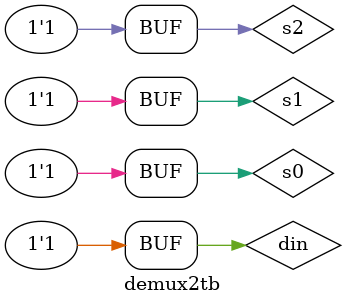
<source format=v>
`timescale 1ns / 1ps


module demux2tb;

	// Inputs
	reg din;
	reg s2;
	reg s1;
	reg s0;

	// Outputs
	wire d0;
	wire d1;
	wire d2;
	wire d3;
	wire d4;
	wire d5;
	wire d6;
	wire d7;

	// Instantiate the Unit Under Test (UUT)
	demux2 uut (
		.din(din), 
		.s2(s2), 
		.s1(s1), 
		.s0(s0), 
		.d0(d0), 
		.d1(d1), 
		.d2(d2), 
		.d3(d3), 
		.d4(d4), 
		.d5(d5), 
		.d6(d6), 
		.d7(d7)
	);
	initial begin
	$monitor("time=$g,din=%b,s2=%b,s1=%b,s0=%b,d0=%b,d%b,d2=%b,d3=%b,d4=%b,d5=%b,d6=%b,d7=%b",$time,din,s2,s1,s0,d0,d1,d2,d3,d4,d5,d6,d7);
	end

	initial begin
		// Initialize Inputs
		din = 1;
		s2 = 0;
		s1 = 0;
		s0 = 0;

		// Wait 100 ns for global reset to finish
		#100;s2 = 0;
		s1 = 0;
		s0 = 1;
		#100;s2 = 0;
		s1 = 1;
		s0 = 0;
		#100;s2 = 0;
		s1 = 1;
		s0 = 1;
		#100;s2 = 1;
		s1 = 0;
		s0 = 0;
		#100;s2 =1;
		s1 = 0;
		s0 = 1;
		#100;s2 = 1;
		s1 = 1;
		s0 = 0;
		#100;s2 = 1;
		s1 = 1;
		s0 = 1;
		
		
		
		
		
		
        
		// Add stimulus here

	end
      
endmodule


</source>
